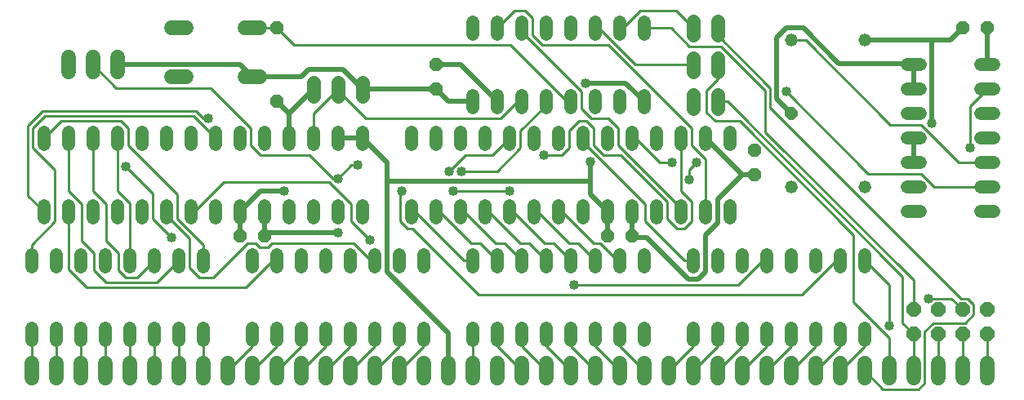
<source format=gtl>
G75*
%MOIN*%
%OFA0B0*%
%FSLAX24Y24*%
%IPPOS*%
%LPD*%
%AMOC8*
5,1,8,0,0,1.08239X$1,22.5*
%
%ADD10C,0.0520*%
%ADD11C,0.0600*%
%ADD12C,0.0560*%
%ADD13OC8,0.0520*%
%ADD14C,0.0520*%
%ADD15OC8,0.0515*%
%ADD16OC8,0.0600*%
%ADD17C,0.0100*%
%ADD18C,0.0400*%
%ADD19C,0.0200*%
D10*
X000680Y002420D02*
X000680Y002940D01*
X001680Y002940D02*
X001680Y002420D01*
X002680Y002420D02*
X002680Y002940D01*
X003680Y002940D02*
X003680Y002420D01*
X004680Y002420D02*
X004680Y002940D01*
X005680Y002940D02*
X005680Y002420D01*
X006680Y002420D02*
X006680Y002940D01*
X007680Y002940D02*
X007680Y002420D01*
X009680Y002420D02*
X009680Y002940D01*
X010680Y002940D02*
X010680Y002420D01*
X011680Y002420D02*
X011680Y002940D01*
X012680Y002940D02*
X012680Y002420D01*
X013680Y002420D02*
X013680Y002940D01*
X014680Y002940D02*
X014680Y002420D01*
X015680Y002420D02*
X015680Y002940D01*
X016680Y002940D02*
X016680Y002420D01*
X018680Y002420D02*
X018680Y002940D01*
X019680Y002940D02*
X019680Y002420D01*
X020680Y002420D02*
X020680Y002940D01*
X021680Y002940D02*
X021680Y002420D01*
X022680Y002420D02*
X022680Y002940D01*
X023680Y002940D02*
X023680Y002420D01*
X024680Y002420D02*
X024680Y002940D01*
X025680Y002940D02*
X025680Y002420D01*
X027680Y002420D02*
X027680Y002940D01*
X028680Y002940D02*
X028680Y002420D01*
X029680Y002420D02*
X029680Y002940D01*
X030680Y002940D02*
X030680Y002420D01*
X031680Y002420D02*
X031680Y002940D01*
X032680Y002940D02*
X032680Y002420D01*
X033680Y002420D02*
X033680Y002940D01*
X034680Y002940D02*
X034680Y002420D01*
X034680Y005420D02*
X034680Y005940D01*
X033680Y005940D02*
X033680Y005420D01*
X032680Y005420D02*
X032680Y005940D01*
X031680Y005940D02*
X031680Y005420D01*
X030680Y005420D02*
X030680Y005940D01*
X029680Y005940D02*
X029680Y005420D01*
X028680Y005420D02*
X028680Y005940D01*
X027680Y005940D02*
X027680Y005420D01*
X025680Y005420D02*
X025680Y005940D01*
X024680Y005940D02*
X024680Y005420D01*
X023680Y005420D02*
X023680Y005940D01*
X022680Y005940D02*
X022680Y005420D01*
X021680Y005420D02*
X021680Y005940D01*
X020680Y005940D02*
X020680Y005420D01*
X019680Y005420D02*
X019680Y005940D01*
X018680Y005940D02*
X018680Y005420D01*
X016680Y005420D02*
X016680Y005940D01*
X015680Y005940D02*
X015680Y005420D01*
X014680Y005420D02*
X014680Y005940D01*
X013680Y005940D02*
X013680Y005420D01*
X012680Y005420D02*
X012680Y005940D01*
X011680Y005940D02*
X011680Y005420D01*
X010680Y005420D02*
X010680Y005940D01*
X009680Y005940D02*
X009680Y005420D01*
X007680Y005420D02*
X007680Y005940D01*
X006680Y005940D02*
X006680Y005420D01*
X005680Y005420D02*
X005680Y005940D01*
X004680Y005940D02*
X004680Y005420D01*
X003680Y005420D02*
X003680Y005940D01*
X002680Y005940D02*
X002680Y005420D01*
X001680Y005420D02*
X001680Y005940D01*
X000680Y005940D02*
X000680Y005420D01*
X001180Y007420D02*
X001180Y007940D01*
X002180Y007940D02*
X002180Y007420D01*
X003180Y007420D02*
X003180Y007940D01*
X004180Y007940D02*
X004180Y007420D01*
X005180Y007420D02*
X005180Y007940D01*
X006180Y007940D02*
X006180Y007420D01*
X007180Y007420D02*
X007180Y007940D01*
X008180Y007940D02*
X008180Y007420D01*
X009180Y007420D02*
X009180Y007940D01*
X010180Y007940D02*
X010180Y007420D01*
X011180Y007420D02*
X011180Y007940D01*
X012180Y007940D02*
X012180Y007420D01*
X013180Y007420D02*
X013180Y007940D01*
X014180Y007940D02*
X014180Y007420D01*
X016180Y007420D02*
X016180Y007940D01*
X017180Y007940D02*
X017180Y007420D01*
X018180Y007420D02*
X018180Y007940D01*
X019180Y007940D02*
X019180Y007420D01*
X020180Y007420D02*
X020180Y007940D01*
X021180Y007940D02*
X021180Y007420D01*
X022180Y007420D02*
X022180Y007940D01*
X023180Y007940D02*
X023180Y007420D01*
X024180Y007420D02*
X024180Y007940D01*
X025180Y007940D02*
X025180Y007420D01*
X026180Y007420D02*
X026180Y007940D01*
X027180Y007940D02*
X027180Y007420D01*
X028180Y007420D02*
X028180Y007940D01*
X029180Y007940D02*
X029180Y007420D01*
X029180Y010420D02*
X029180Y010940D01*
X028180Y010940D02*
X028180Y010420D01*
X027180Y010420D02*
X027180Y010940D01*
X026180Y010940D02*
X026180Y010420D01*
X025180Y010420D02*
X025180Y010940D01*
X024180Y010940D02*
X024180Y010420D01*
X023180Y010420D02*
X023180Y010940D01*
X022180Y010940D02*
X022180Y010420D01*
X021180Y010420D02*
X021180Y010940D01*
X020180Y010940D02*
X020180Y010420D01*
X019180Y010420D02*
X019180Y010940D01*
X018180Y010940D02*
X018180Y010420D01*
X017180Y010420D02*
X017180Y010940D01*
X016180Y010940D02*
X016180Y010420D01*
X014180Y010420D02*
X014180Y010940D01*
X013180Y010940D02*
X013180Y010420D01*
X012180Y010420D02*
X012180Y010940D01*
X011180Y010940D02*
X011180Y010420D01*
X010180Y010420D02*
X010180Y010940D01*
X009180Y010940D02*
X009180Y010420D01*
X008180Y010420D02*
X008180Y010940D01*
X007180Y010940D02*
X007180Y010420D01*
X006180Y010420D02*
X006180Y010940D01*
X005180Y010940D02*
X005180Y010420D01*
X004180Y010420D02*
X004180Y010940D01*
X003180Y010940D02*
X003180Y010420D01*
X002180Y010420D02*
X002180Y010940D01*
X001180Y010940D02*
X001180Y010420D01*
X018680Y011920D02*
X018680Y012440D01*
X019680Y012440D02*
X019680Y011920D01*
X020680Y011920D02*
X020680Y012440D01*
X021680Y012440D02*
X021680Y011920D01*
X022680Y011920D02*
X022680Y012440D01*
X023680Y012440D02*
X023680Y011920D01*
X024680Y011920D02*
X024680Y012440D01*
X025680Y012440D02*
X025680Y011920D01*
X025680Y014920D02*
X025680Y015440D01*
X024680Y015440D02*
X024680Y014920D01*
X023680Y014920D02*
X023680Y015440D01*
X022680Y015440D02*
X022680Y014920D01*
X021680Y014920D02*
X021680Y015440D01*
X020680Y015440D02*
X020680Y014920D01*
X019680Y014920D02*
X019680Y015440D01*
X018680Y015440D02*
X018680Y014920D01*
X036420Y013680D02*
X036940Y013680D01*
X036940Y012680D02*
X036420Y012680D01*
X036420Y011680D02*
X036940Y011680D01*
X036940Y010680D02*
X036420Y010680D01*
X036420Y009680D02*
X036940Y009680D01*
X036940Y008680D02*
X036420Y008680D01*
X036420Y007680D02*
X036940Y007680D01*
X039420Y007680D02*
X039940Y007680D01*
X039940Y008680D02*
X039420Y008680D01*
X039420Y009680D02*
X039940Y009680D01*
X039940Y010680D02*
X039420Y010680D01*
X039420Y011680D02*
X039940Y011680D01*
X039940Y012680D02*
X039420Y012680D01*
X039420Y013680D02*
X039940Y013680D01*
D11*
X000680Y001480D02*
X000680Y000880D01*
X001680Y000880D02*
X001680Y001480D01*
X002680Y001480D02*
X002680Y000880D01*
X003680Y000880D02*
X003680Y001480D01*
X004680Y001480D02*
X004680Y000880D01*
X005680Y000880D02*
X005680Y001480D01*
X006680Y001480D02*
X006680Y000880D01*
X007680Y000880D02*
X007680Y001480D01*
X008680Y001480D02*
X008680Y000880D01*
X009680Y000880D02*
X009680Y001480D01*
X010680Y001480D02*
X010680Y000880D01*
X011680Y000880D02*
X011680Y001480D01*
X012680Y001480D02*
X012680Y000880D01*
X013680Y000880D02*
X013680Y001480D01*
X014680Y001480D02*
X014680Y000880D01*
X015680Y000880D02*
X015680Y001480D01*
X016680Y001480D02*
X016680Y000880D01*
X017680Y000880D02*
X017680Y001480D01*
X018680Y001480D02*
X018680Y000880D01*
X019680Y000880D02*
X019680Y001480D01*
X020680Y001480D02*
X020680Y000880D01*
X021680Y000880D02*
X021680Y001480D01*
X022680Y001480D02*
X022680Y000880D01*
X023680Y000880D02*
X023680Y001480D01*
X024680Y001480D02*
X024680Y000880D01*
X025680Y000880D02*
X025680Y001480D01*
X026680Y001480D02*
X026680Y000880D01*
X027680Y000880D02*
X027680Y001480D01*
X028680Y001480D02*
X028680Y000880D01*
X029680Y000880D02*
X029680Y001480D01*
X030680Y001480D02*
X030680Y000880D01*
X031680Y000880D02*
X031680Y001480D01*
X032680Y001480D02*
X032680Y000880D01*
X033680Y000880D02*
X033680Y001480D01*
X034680Y001480D02*
X034680Y000880D01*
X035680Y000880D02*
X035680Y001480D01*
X036680Y001480D02*
X036680Y000880D01*
X037680Y000880D02*
X037680Y001480D01*
X038680Y001480D02*
X038680Y000880D01*
X039680Y000880D02*
X039680Y001480D01*
X009980Y013180D02*
X009380Y013180D01*
X006980Y013180D02*
X006380Y013180D01*
X004180Y013380D02*
X004180Y013980D01*
X003180Y013980D02*
X003180Y013380D01*
X002180Y013380D02*
X002180Y013980D01*
X006380Y015180D02*
X006980Y015180D01*
X009380Y015180D02*
X009980Y015180D01*
D12*
X012180Y012960D02*
X012180Y012400D01*
X013180Y012400D02*
X013180Y012960D01*
X014180Y012960D02*
X014180Y012400D01*
X027680Y012460D02*
X027680Y011900D01*
X028680Y011900D02*
X028680Y012460D01*
X028680Y013400D02*
X028680Y013960D01*
X027680Y013960D02*
X027680Y013400D01*
X027680Y014900D02*
X027680Y015460D01*
X028680Y015460D02*
X028680Y014900D01*
D13*
X038680Y015180D03*
X039680Y015180D03*
X030180Y010180D03*
X030180Y009180D03*
X025180Y006680D03*
X024180Y006680D03*
X010680Y012180D03*
X017180Y012680D03*
X017180Y013680D03*
X010680Y015180D03*
X010180Y006680D03*
X009180Y006680D03*
D14*
X031680Y008680D03*
X034680Y008680D03*
X034680Y014680D03*
X031680Y014680D03*
D15*
X031680Y011680D03*
D16*
X036680Y003680D03*
X037680Y003680D03*
X038680Y003680D03*
X039680Y003680D03*
X039680Y002680D03*
X038680Y002680D03*
X037680Y002680D03*
X036680Y002680D03*
D17*
X036680Y001180D01*
X035680Y001180D02*
X035680Y002530D01*
X034230Y003980D01*
X034230Y006730D01*
X029580Y011380D01*
X028580Y011380D01*
X028230Y011730D01*
X028230Y012630D01*
X028680Y013080D01*
X028680Y013680D01*
X027680Y013680D02*
X025330Y013680D01*
X023830Y015180D01*
X023680Y015180D01*
X024680Y015180D02*
X024830Y015180D01*
X025530Y015880D01*
X026980Y015880D01*
X027680Y015180D01*
X027530Y014430D02*
X026780Y015180D01*
X025680Y015180D01*
X024230Y014480D02*
X021530Y014480D01*
X021130Y014880D01*
X021130Y015580D01*
X020830Y015880D01*
X020380Y015880D01*
X019680Y015180D01*
X020680Y015180D02*
X020680Y015030D01*
X023130Y012580D01*
X023130Y011880D01*
X023530Y011480D01*
X024230Y011480D01*
X024630Y011080D01*
X024630Y010380D01*
X027180Y007830D01*
X027180Y007680D01*
X026630Y007380D02*
X026630Y008080D01*
X024730Y009980D01*
X024030Y009980D01*
X023630Y010380D01*
X023630Y011080D01*
X023330Y011380D01*
X023030Y011380D01*
X022630Y010980D01*
X022630Y010280D01*
X022330Y009980D01*
X021580Y009980D01*
X020630Y010280D02*
X019680Y009330D01*
X018230Y009330D01*
X017730Y009330D02*
X018380Y009980D01*
X019480Y009980D01*
X020180Y010680D01*
X020630Y010980D02*
X020630Y010280D01*
X020630Y010980D02*
X021680Y012030D01*
X021680Y012180D01*
X022530Y012180D02*
X020230Y014480D01*
X011380Y014480D01*
X010680Y015180D01*
X009680Y015180D01*
X007980Y012730D02*
X004130Y012730D01*
X003180Y013680D01*
X001130Y011780D02*
X000530Y011180D01*
X000530Y008330D01*
X001180Y007680D01*
X001630Y007280D02*
X001630Y009380D01*
X000730Y010280D01*
X000730Y011080D01*
X001230Y011580D01*
X007280Y011580D01*
X008180Y010680D01*
X009630Y010380D02*
X009630Y011080D01*
X007980Y012730D01*
X007380Y011780D02*
X001130Y011780D01*
X001880Y011380D02*
X001180Y010680D01*
X002180Y010680D02*
X002180Y008530D01*
X002730Y007980D01*
X002730Y006480D01*
X003230Y005980D01*
X003230Y005280D01*
X003730Y004780D01*
X005780Y004780D01*
X006680Y005680D01*
X007130Y005380D02*
X007130Y006580D01*
X006180Y007530D01*
X006180Y007680D01*
X006630Y007380D02*
X006630Y008380D01*
X004630Y010380D01*
X004630Y011080D01*
X004330Y011380D01*
X001880Y011380D01*
X003180Y010680D02*
X003180Y008530D01*
X003730Y007980D01*
X003730Y006480D01*
X004230Y005980D01*
X004230Y005280D01*
X004530Y004980D01*
X004980Y004980D01*
X005680Y005680D01*
X004680Y005680D02*
X004680Y008030D01*
X004180Y008530D01*
X004180Y010680D01*
X004530Y009530D02*
X005630Y008430D01*
X005630Y007380D01*
X006380Y006630D01*
X006630Y007380D02*
X007680Y006330D01*
X007680Y005680D01*
X007130Y005380D02*
X007530Y004980D01*
X008080Y004980D01*
X009480Y006380D01*
X009830Y006380D01*
X009980Y006230D01*
X010330Y006230D01*
X010480Y006380D01*
X013830Y006380D01*
X014530Y005680D01*
X014680Y005680D01*
X014480Y006530D02*
X013730Y007280D01*
X013730Y007980D01*
X012830Y008880D01*
X008530Y008880D01*
X007330Y007680D01*
X007180Y007680D01*
X009430Y004580D02*
X010530Y005680D01*
X010680Y005680D01*
X009430Y004580D02*
X002930Y004580D01*
X002180Y005330D01*
X002180Y007680D01*
X001630Y007280D02*
X000680Y006330D01*
X000680Y005680D01*
X000680Y002680D02*
X000680Y001180D01*
X001680Y001180D02*
X001680Y002680D01*
X002680Y002680D02*
X002680Y001180D01*
X003680Y001180D02*
X003680Y002680D01*
X004680Y002680D02*
X004680Y001180D01*
X005680Y001180D02*
X005680Y002680D01*
X006680Y002680D02*
X006680Y001180D01*
X007680Y001180D02*
X007680Y002680D01*
X008680Y001180D02*
X009680Y002180D01*
X009680Y002680D01*
X010680Y002680D02*
X010680Y002180D01*
X009680Y001180D01*
X010680Y001180D02*
X011680Y002180D01*
X011680Y002680D01*
X012680Y002680D02*
X012680Y002180D01*
X011680Y001180D01*
X012680Y001180D02*
X013680Y002180D01*
X013680Y002680D01*
X014680Y002680D02*
X014680Y002180D01*
X013680Y001180D01*
X014680Y001180D02*
X015680Y002180D01*
X015680Y002680D01*
X016680Y002680D02*
X016680Y002180D01*
X015680Y001180D01*
X018680Y001180D02*
X018680Y002680D01*
X019680Y002680D02*
X019680Y002180D01*
X020680Y001180D01*
X021680Y001180D02*
X020680Y002180D01*
X020680Y002680D01*
X021680Y002680D02*
X021680Y002180D01*
X022680Y001180D01*
X023680Y001180D02*
X022680Y002180D01*
X022680Y002680D01*
X023680Y002680D02*
X023680Y002180D01*
X024680Y001180D01*
X025680Y001180D02*
X024680Y002180D01*
X024680Y002680D01*
X026680Y001180D02*
X027680Y002180D01*
X027680Y002680D01*
X028680Y002680D02*
X028680Y002180D01*
X027680Y001180D01*
X028680Y001180D02*
X029680Y002180D01*
X029680Y002680D01*
X030680Y002680D02*
X030680Y002180D01*
X029680Y001180D01*
X030680Y001180D02*
X031680Y002180D01*
X031680Y002680D01*
X032680Y002680D02*
X032680Y002180D01*
X031680Y001180D01*
X032680Y001180D02*
X033680Y002180D01*
X033680Y002680D01*
X034680Y002680D02*
X034680Y002180D01*
X033680Y001180D01*
X034680Y001180D02*
X035430Y000430D01*
X036880Y000430D01*
X037130Y000680D01*
X037130Y002780D01*
X037480Y003130D01*
X038780Y003130D01*
X039130Y003480D01*
X039130Y003880D01*
X038880Y004130D01*
X038630Y004130D01*
X030830Y011930D01*
X030830Y012730D01*
X028680Y014880D01*
X028680Y015180D01*
X028830Y014430D02*
X027530Y014430D01*
X028830Y014430D02*
X030630Y012630D01*
X030630Y010930D01*
X036680Y004880D01*
X036680Y003680D01*
X036230Y003130D02*
X036680Y002680D01*
X035680Y003030D02*
X035680Y004680D01*
X034680Y005680D01*
X033680Y005680D02*
X033530Y005680D01*
X032130Y004280D01*
X018930Y004280D01*
X016230Y006980D01*
X016030Y006980D01*
X015730Y007280D01*
X015730Y008480D01*
X015780Y008530D01*
X017880Y008530D02*
X020180Y008530D01*
X020180Y007680D02*
X020330Y007680D01*
X021630Y006380D01*
X021980Y006380D01*
X022680Y005680D01*
X022980Y006380D02*
X023680Y005680D01*
X023880Y006380D02*
X024580Y005680D01*
X024680Y005680D01*
X023880Y006380D02*
X023630Y006380D01*
X022330Y007680D01*
X022180Y007680D01*
X021330Y007680D02*
X022630Y006380D01*
X022980Y006380D01*
X021680Y005680D02*
X020980Y006380D01*
X020630Y006380D01*
X019330Y007680D01*
X019180Y007680D01*
X018330Y007680D02*
X019630Y006380D01*
X019980Y006380D01*
X020680Y005680D01*
X019680Y005680D02*
X018980Y006380D01*
X018630Y006380D01*
X017330Y007680D01*
X017180Y007680D01*
X018180Y007680D02*
X018330Y007680D01*
X018330Y005680D02*
X016330Y007680D01*
X016180Y007680D01*
X013730Y009580D02*
X013180Y009030D01*
X012980Y009030D01*
X012030Y009980D01*
X010030Y009980D01*
X009630Y010380D01*
X012180Y010680D02*
X012180Y011680D01*
X013180Y012680D01*
X013180Y012630D01*
X014330Y011480D01*
X019830Y011480D01*
X020530Y012180D01*
X020680Y012180D01*
X022530Y012180D02*
X022680Y012180D01*
X023180Y010680D02*
X023180Y010530D01*
X025730Y007980D01*
X025730Y007280D01*
X027330Y005680D01*
X027680Y005680D01*
X029530Y004680D02*
X022830Y004680D01*
X018680Y005680D02*
X018330Y005680D01*
X021180Y007680D02*
X021330Y007680D01*
X025330Y010680D02*
X026330Y009680D01*
X026830Y009680D01*
X027530Y009380D02*
X027830Y009680D01*
X028180Y009830D02*
X027630Y010380D01*
X027630Y011080D01*
X024230Y014480D01*
X028680Y012180D02*
X029080Y012180D01*
X036230Y005030D01*
X036230Y003130D01*
X037680Y002680D02*
X037680Y001180D01*
X038680Y001180D02*
X038680Y002680D01*
X039680Y002680D02*
X039680Y001180D01*
X038680Y003680D02*
X038230Y004130D01*
X037280Y004130D01*
X030680Y005680D02*
X030530Y005680D01*
X029530Y004680D01*
X027330Y006980D02*
X027030Y006980D01*
X026630Y007380D01*
X027330Y006980D02*
X027630Y007280D01*
X027630Y008080D01*
X027180Y008530D01*
X027180Y010680D01*
X028180Y009830D02*
X028180Y007680D01*
X027530Y008980D02*
X027530Y009380D01*
X025330Y010680D02*
X025180Y010680D01*
X031480Y012580D02*
X034830Y009230D01*
X036980Y009230D01*
X037530Y008680D01*
X039680Y008680D01*
X039680Y009680D02*
X038530Y009680D01*
X036980Y011230D01*
X035730Y011230D01*
X032280Y014680D01*
X031680Y014680D01*
X038980Y011980D02*
X039680Y012680D01*
X038980Y011980D02*
X038980Y010280D01*
X013980Y009580D02*
X013730Y009580D01*
X007880Y011480D02*
X007680Y011480D01*
X007380Y011780D01*
D18*
X007880Y011480D03*
X004530Y009530D03*
X010980Y008530D03*
X013180Y009030D03*
X013980Y009580D03*
X015780Y008530D03*
X017880Y008530D03*
X017730Y009330D03*
X018230Y009330D03*
X020180Y008530D03*
X023480Y009730D03*
X021580Y009980D03*
X026830Y009680D03*
X027830Y009680D03*
X027530Y008980D03*
X031480Y012580D03*
X037430Y011280D03*
X038980Y010280D03*
X037280Y004130D03*
X035680Y003030D03*
X022830Y004680D03*
X014480Y006530D03*
X013180Y006830D03*
X006380Y006630D03*
X023280Y012930D03*
D19*
X024930Y012930D01*
X025680Y012180D01*
X028180Y010680D02*
X029680Y009180D01*
X028680Y008180D01*
X028680Y007230D01*
X028180Y006730D01*
X028180Y005230D01*
X027880Y004930D01*
X027480Y004930D01*
X025780Y006630D01*
X025230Y006630D01*
X025180Y006680D01*
X025180Y007680D01*
X024180Y007680D02*
X023480Y008380D01*
X023480Y008930D01*
X015180Y008930D01*
X015180Y005230D01*
X017680Y002730D01*
X017680Y001180D01*
X024180Y006680D02*
X024180Y007680D01*
X023480Y008930D02*
X023480Y009730D01*
X019680Y012180D02*
X018180Y013680D01*
X017180Y013680D01*
X017180Y012680D02*
X014180Y012680D01*
X013380Y013480D01*
X011980Y013480D01*
X011680Y013180D01*
X009680Y013180D01*
X009180Y013680D01*
X004180Y013680D01*
X010680Y012180D02*
X011180Y011680D01*
X012180Y012680D01*
X011180Y011680D02*
X011180Y010680D01*
X013180Y010680D02*
X014180Y010680D01*
X015180Y009680D01*
X015180Y008930D01*
X010980Y008530D02*
X010030Y008530D01*
X009180Y007680D01*
X009180Y006680D01*
X010180Y006680D02*
X010230Y006830D01*
X013180Y006830D01*
X010180Y006680D02*
X010180Y007680D01*
X017180Y012680D02*
X017680Y012180D01*
X018680Y012180D01*
X029680Y009180D02*
X030180Y009180D01*
X031680Y011680D02*
X031080Y012280D01*
X031080Y014780D01*
X031480Y015180D01*
X032180Y015180D01*
X033630Y013730D01*
X036630Y013730D01*
X036680Y013680D01*
X036680Y012680D01*
X039680Y013680D02*
X039680Y015180D01*
X038680Y015180D02*
X038180Y014680D01*
X037430Y014680D01*
X037430Y011280D01*
X036680Y010680D02*
X036680Y009680D01*
X037430Y014680D02*
X034680Y014680D01*
M02*

</source>
